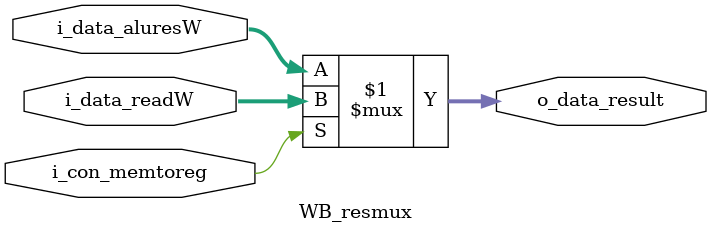
<source format=sv>
module WB_resmux 
              (input  [31:0] i_data_aluresW, i_data_readW, 
               input         i_con_memtoreg, 
               output [31:0] o_data_result);

  assign o_data_result = i_con_memtoreg ? i_data_readW : i_data_aluresW; 

endmodule

               
                                       

</source>
